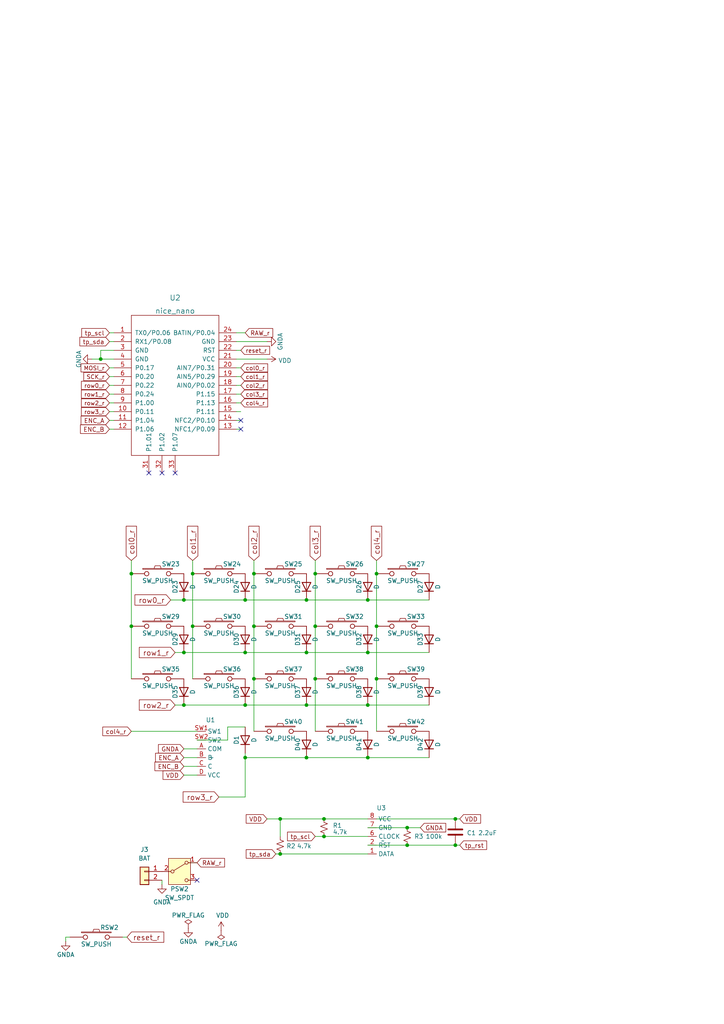
<source format=kicad_sch>
(kicad_sch (version 20231120) (generator "eeschema") (generator_version "8.0")
  (paper "A4" portrait)
  (title_block (title "Cho-Corne-Ice") (date "2022-11-18") (rev "v0.2") (company "foostan/e3b0c442"))
  (lib_symbols
    (symbol "Connector_Generic:Conn_01x02" (pin_names (offset 1.016) hide)
      (property "Reference" "J" (at 0 2.54 0))
      (property "Value" "Conn_01x02" (at 0 -5.08 0))
      (symbol "Conn_01x02_1_1"
        (rectangle (start -1.27 -2.413) (end 0 -2.667) (stroke (width 0.1524)))
        (rectangle (start -1.27 0.127) (end 0 -0.127) (stroke (width 0.1524)))
        (rectangle (start -1.27 1.27) (end 1.27 -3.81) (stroke (width 0.254)) (fill (type background)))
        (pin passive line (at -5.08 0 0) (length 3.81) (name "Pin_1") (number "1"))
        (pin passive line (at -5.08 -2.54 0) (length 3.81) (name "Pin_2") (number "2"))
      )
    )
    (symbol "Device:C" (pin_numbers hide) (pin_names (offset 0.254))
      (property "Reference" "C" (at 0.635 2.54 0))
      (property "Value" "C" (at 0.635 -2.54 0))
      (symbol "C_0_1"
        (polyline (pts (xy -2.032 -0.762) (xy 2.032 -0.762)) (stroke (width 0.508)))
        (polyline (pts (xy -2.032 0.762) (xy 2.032 0.762)) (stroke (width 0.508)))
      )
      (symbol "C_1_1"
        (pin passive line (at 0 3.81 270) (length 2.794) (name "~") (number "1"))
        (pin passive line (at 0 -3.81 90) (length 2.794) (name "~") (number "2"))
      )
    )
    (symbol "Device:D" (pin_numbers hide) (pin_names (offset 1.016) hide)
      (property "Reference" "D" (at 0 2.54 0))
      (property "Value" "D" (at 0 -2.54 0))
      (symbol "D_0_1"
        (polyline (pts (xy -1.27 1.27) (xy -1.27 -1.27)) (stroke (width 0.254)))
        (polyline (pts (xy 1.27 0) (xy -1.27 0)))
        (polyline (pts (xy 1.27 1.27) (xy 1.27 -1.27) (xy -1.27 0) (xy 1.27 1.27)) (stroke (width 0.254)))
      )
      (symbol "D_1_1"
        (pin passive line (at -3.81 0 0) (length 2.54) (name "K") (number "1"))
        (pin passive line (at 3.81 0 180) (length 2.54) (name "A") (number "2"))
      )
    )
    (symbol "Device:R_Small_US" (pin_numbers hide) (pin_names (offset 0.254) hide)
      (property "Reference" "R" (at 0.762 0.508 0))
      (property "Value" "R_Small_US" (at 0.762 -1.016 0))
      (symbol "R_Small_US_1_1"
        (polyline (pts (xy 0 0) (xy 1.016 -0.381) (xy 0 -0.762) (xy -1.016 -1.143) (xy 0 -1.524)))
        (polyline (pts (xy 0 1.524) (xy 1.016 1.143) (xy 0 0.762) (xy -1.016 0.381) (xy 0 0)))
        (pin passive line (at 0 2.54 270) (length 1.016) (name "~") (number "1"))
        (pin passive line (at 0 -2.54 90) (length 1.016) (name "~") (number "2"))
      )
    )
    (symbol "Switch:SW_SPDT" (pin_names (offset 0) hide)
      (property "Reference" "SW" (at 0 5.08 0))
      (property "Value" "SW_SPDT" (at 0 -5.08 0))
      (symbol "SW_SPDT_0_1"
        (circle (center -2.032 0) (radius 0.4572))
        (polyline (pts (xy -1.651 0.254) (xy 1.651 2.286)))
        (circle (center 2.032 -2.54) (radius 0.4572))
        (circle (center 2.032 2.54) (radius 0.4572))
      )
      (symbol "SW_SPDT_1_1"
        (rectangle (start -3.175 3.81) (end 3.175 -3.81) (fill (type background)))
        (pin passive line (at 5.08 2.54 180) (length 2.54) (name "A") (number "1"))
        (pin passive line (at -5.08 0 0) (length 2.54) (name "B") (number "2"))
        (pin passive line (at 5.08 -2.54 180) (length 2.54) (name "C") (number "3"))
      )
    )
    (symbol "kbd:SW_PUSH" (pin_numbers hide) (pin_names (offset 1.016) hide)
      (property "Reference" "SW" (at 3.81 2.794 0))
      (property "Value" "SW_PUSH" (at 0 -2.032 0))
      (symbol "SW_PUSH_0_1"
        (rectangle (start -4.318 1.27) (end 4.318 1.524))
        (polyline (pts (xy -1.016 1.524) (xy -0.762 2.286) (xy 0.762 2.286) (xy 1.016 1.524)))
        (pin passive inverted (at -7.62 0 0) (length 5.08) (name "1") (number "1"))
        (pin passive inverted (at 7.62 0 180) (length 5.08) (name "2") (number "2"))
      )
    )
    (symbol "nice_nano:nice_nano" (pin_names (offset 1.016))
      (property "Reference" "U" (at 0 0 0))
      (property "Value" "nice_nano" (at 0 2.54 0))
      (symbol "nice_nano_0_1"
        (rectangle (start -12.7 -21.59) (end 12.7 19.05))
      )
      (symbol "nice_nano_1_1"
        (pin input line (at -17.78 13.97 0) (length 5.08) (name "TX0/P0.06") (number "1"))
        (pin input line (at -17.78 -8.89 0) (length 5.08) (name "P0.11") (number "10"))
        (pin input line (at -17.78 -11.43 0) (length 5.08) (name "P1.04") (number "11"))
        (pin input line (at -17.78 -13.97 0) (length 5.08) (name "P1.06") (number "12"))
        (pin input line (at 17.78 -13.97 180) (length 5.08) (name "NFC1/P0.09") (number "13"))
        (pin input line (at 17.78 -11.43 180) (length 5.08) (name "NFC2/P0.10") (number "14"))
        (pin input line (at 17.78 -8.89 180) (length 5.08) (name "P1.11") (number "15"))
        (pin input line (at 17.78 -6.35 180) (length 5.08) (name "P1.13") (number "16"))
        (pin input line (at 17.78 -3.81 180) (length 5.08) (name "P1.15") (number "17"))
        (pin input line (at 17.78 -1.27 180) (length 5.08) (name "AIN0/P0.02") (number "18"))
        (pin input line (at 17.78 1.27 180) (length 5.08) (name "AIN5/P0.29") (number "19"))
        (pin input line (at -17.78 11.43 0) (length 5.08) (name "RX1/P0.08") (number "2"))
        (pin input line (at 17.78 3.81 180) (length 5.08) (name "AIN7/P0.31") (number "20"))
        (pin input line (at 17.78 6.35 180) (length 5.08) (name "VCC") (number "21"))
        (pin input line (at 17.78 8.89 180) (length 5.08) (name "RST") (number "22"))
        (pin input line (at 17.78 11.43 180) (length 5.08) (name "GND") (number "23"))
        (pin input line (at 17.78 13.97 180) (length 5.08) (name "BATIN/P0.04") (number "24"))
        (pin input line (at -17.78 8.89 0) (length 5.08) (name "GND") (number "3"))
        (pin input line (at -7.62 -26.67 90) (length 5.08) (name "P1.01") (number "31"))
        (pin input line (at -3.81 -26.67 90) (length 5.08) (name "P1.02") (number "32"))
        (pin input line (at 0 -26.67 90) (length 5.08) (name "P1.07") (number "33"))
        (pin input line (at -17.78 6.35 0) (length 5.08) (name "GND") (number "4"))
        (pin input line (at -17.78 3.81 0) (length 5.08) (name "P0.17") (number "5"))
        (pin input line (at -17.78 1.27 0) (length 5.08) (name "P0.20") (number "6"))
        (pin input line (at -17.78 -1.27 0) (length 5.08) (name "P0.22") (number "7"))
        (pin input line (at -17.78 -3.81 0) (length 5.08) (name "P0.24") (number "8"))
        (pin input line (at -17.78 -6.35 0) (length 5.08) (name "P1.00") (number "9"))
      )
    )
    (symbol "panasonic:EVQWGD001"
      (property "Reference" "U" (at 0 0 0))
      (symbol "EVQWGD001_1_1"
        (pin input line (at 0 -7.62 0) (length 2.54) (name "COM") (number "A"))
        (pin input line (at 0 -10.16 0) (length 2.54) (name "B") (number "B"))
        (pin input line (at 0 -12.7 0) (length 2.54) (name "C") (number "C"))
        (pin input line (at 0 -15.24 0) (length 2.54) (name "VCC") (number "D"))
        (pin input line (at 0 -2.54 0) (length 2.54) (name "SW1") (number "SW1"))
        (pin input line (at 0 -5.08 0) (length 2.54) (name "SW2") (number "SW2"))
      )
    )
    (symbol "panasonic:trackpoint"
      (property "Reference" "U" (at 0 0 0))
      (symbol "trackpoint_1_1"
        (pin input line (at -1.27 -13.97 0) (length 2.54) (name "DATA") (number "1"))
        (pin input line (at -1.27 -11.43 0) (length 2.54) (name "RST") (number "2"))
        (pin input line (at -1.27 -8.89 0) (length 2.54) (name "CLOCK") (number "6"))
        (pin input line (at -1.27 -6.35 0) (length 2.54) (name "GND") (number "7"))
        (pin input line (at -1.27 -3.81 0) (length 2.54) (name "VCC") (number "8"))
      )
    )
    (symbol "power:GNDA" (power) (pin_numbers hide) (pin_names (offset 0) hide)
      (property "Value" "GNDA" (at 0 -3.81 0))
      (symbol "GNDA_0_1"
        (polyline (pts (xy 0 0) (xy 0 -1.27) (xy 1.27 -1.27) (xy 0 -2.54) (xy -1.27 -1.27) (xy 0 -1.27)))
      )
      (symbol "GNDA_1_1"
        (pin power_in line (at 0 0 270) (length 0) (name "~") (number "1"))
      )
    )
    (symbol "power:PWR_FLAG" (power) (pin_numbers hide) (pin_names (offset 0) hide)
      (property "Value" "PWR_FLAG" (at 0 3.81 0))
      (symbol "PWR_FLAG_0_0"
        (pin power_out line (at 0 0 90) (length 0) (name "~") (number "1"))
      )
      (symbol "PWR_FLAG_0_1"
        (polyline (pts (xy 0 0) (xy 0 1.27) (xy -1.016 1.905) (xy 0 2.54) (xy 1.016 1.905) (xy 0 1.27)))
      )
    )
    (symbol "power:VDD" (power) (pin_numbers hide) (pin_names (offset 0) hide)
      (property "Value" "VDD" (at 0 3.556 0))
      (symbol "VDD_0_1"
        (polyline (pts (xy -0.762 1.27) (xy 0 2.54)))
        (polyline (pts (xy 0 0) (xy 0 2.54)))
        (polyline (pts (xy 0 2.54) (xy 0.762 1.27)))
      )
      (symbol "VDD_1_1"
        (pin power_in line (at 0 0 90) (length 0) (name "~") (number "1"))
      )
    )
  )
  (junction (at 132.08 237.49))
  (junction (at 91.44 196.85))
  (junction (at 71.12 219.71))
  (junction (at 73.66 196.85))
  (junction (at 109.22 166.37))
  (junction (at 132.08 245.11))
  (junction (at 106.68 189.23))
  (junction (at 88.9 204.47))
  (junction (at 106.68 173.99))
  (junction (at 88.9 189.23))
  (junction (at 88.9 219.71))
  (junction (at 55.88 181.61))
  (junction (at 53.34 189.23))
  (junction (at 118.11 240.03))
  (junction (at 73.66 166.37))
  (junction (at 55.88 166.37))
  (junction (at 118.11 245.11))
  (junction (at 71.12 189.23))
  (junction (at 106.68 219.71))
  (junction (at 38.1 181.61))
  (junction (at 93.98 242.57))
  (junction (at 29.21 104.14))
  (junction (at 73.66 181.61))
  (junction (at 53.34 173.99))
  (junction (at 53.34 204.47))
  (junction (at 91.44 181.61))
  (junction (at 71.12 173.99))
  (junction (at 81.28 237.49))
  (junction (at 91.44 166.37))
  (junction (at 38.1 166.37))
  (junction (at 109.22 181.61))
  (junction (at 81.28 247.65))
  (junction (at 93.98 237.49))
  (junction (at 106.68 204.47))
  (junction (at 109.22 196.85))
  (junction (at 71.12 204.47))
  (junction (at 88.9 173.99))
  (no_connect (at 50.8 137.16))
  (no_connect (at 43.18 137.16))
  (no_connect (at 46.99 137.16))
  (no_connect (at 57.15 255.27))
  (no_connect (at 69.85 121.92))
  (no_connect (at 69.85 124.46))
  (wire (pts (xy 93.98 242.57) (xy 106.68 242.57)))
  (wire (pts (xy 81.28 237.49) (xy 81.28 242.57)))
  (wire (pts (xy 31.75 96.52) (xy 33.02 96.52)))
  (wire (pts (xy 69.85 106.68) (xy 68.58 106.68)))
  (wire (pts (xy 53.34 189.23) (xy 71.12 189.23)))
  (wire (pts (xy 132.08 237.49) (xy 133.35 237.49)))
  (wire (pts (xy 31.75 109.22) (xy 33.02 109.22)))
  (wire (pts (xy 81.28 247.65) (xy 106.68 247.65)))
  (wire (pts (xy 73.66 162.56) (xy 73.66 166.37)))
  (wire (pts (xy 38.1 181.61) (xy 38.1 196.85)))
  (wire (pts (xy 55.88 162.56) (xy 55.88 166.37)))
  (wire (pts (xy 88.9 219.71) (xy 106.68 219.71)))
  (wire (pts (xy 53.34 204.47) (xy 71.12 204.47)))
  (wire (pts (xy 31.75 106.68) (xy 33.02 106.68)))
  (wire (pts (xy 109.22 181.61) (xy 109.22 196.85)))
  (wire (pts (xy 38.1 212.09) (xy 57.15 212.09)))
  (wire (pts (xy 57.15 250.19) (xy 55.245 250.19)))
  (wire (pts (xy 53.34 173.99) (xy 71.12 173.99)))
  (wire (pts (xy 71.12 219.71) (xy 88.9 219.71)))
  (wire (pts (xy 88.9 189.23) (xy 106.68 189.23)))
  (wire (pts (xy 31.75 119.38) (xy 33.02 119.38)))
  (wire (pts (xy 29.21 101.6) (xy 29.21 104.14)))
  (wire (pts (xy 73.66 166.37) (xy 73.66 181.61)))
  (wire (pts (xy 69.85 101.6) (xy 68.58 101.6)))
  (wire (pts (xy 20.32 271.78) (xy 19.05 271.78)))
  (wire (pts (xy 31.75 111.76) (xy 33.02 111.76)))
  (wire (pts (xy 91.44 181.61) (xy 91.44 196.85)))
  (wire (pts (xy 69.85 124.46) (xy 68.58 124.46)))
  (wire (pts (xy 88.9 173.99) (xy 106.68 173.99)))
  (wire (pts (xy 31.75 99.06) (xy 33.02 99.06)))
  (wire (pts (xy 109.22 237.49) (xy 132.08 237.49)))
  (wire (pts (xy 68.58 99.06) (xy 77.47 99.06)))
  (wire (pts (xy 55.88 166.37) (xy 55.88 181.61)))
  (wire (pts (xy 91.44 242.57) (xy 93.98 242.57)))
  (wire (pts (xy 66.04 214.63) (xy 66.04 210.82)))
  (wire (pts (xy 66.04 210.82) (xy 71.12 210.82)))
  (wire (pts (xy 69.85 119.38) (xy 68.58 119.38)))
  (wire (pts (xy 91.44 196.85) (xy 91.44 212.09)))
  (wire (pts (xy 109.22 166.37) (xy 109.22 181.61)))
  (wire (pts (xy 132.08 245.11) (xy 118.11 245.11)))
  (wire (pts (xy 71.12 231.14) (xy 71.12 219.71)))
  (wire (pts (xy 91.44 162.56) (xy 91.44 166.37)))
  (wire (pts (xy 49.53 173.99) (xy 53.34 173.99)))
  (wire (pts (xy 91.44 166.37) (xy 91.44 181.61)))
  (wire (pts (xy 73.66 196.85) (xy 73.66 212.09)))
  (wire (pts (xy 121.92 240.03) (xy 118.11 240.03)))
  (wire (pts (xy 118.11 245.11) (xy 106.68 245.11)))
  (wire (pts (xy 106.68 204.47) (xy 124.46 204.47)))
  (wire (pts (xy 71.12 189.23) (xy 88.9 189.23)))
  (wire (pts (xy 53.34 217.17) (xy 57.15 217.17)))
  (wire (pts (xy 71.12 96.52) (xy 68.58 96.52)))
  (wire (pts (xy 29.21 101.6) (xy 33.02 101.6)))
  (wire (pts (xy 71.12 173.99) (xy 88.9 173.99)))
  (wire (pts (xy 38.1 162.56) (xy 38.1 166.37)))
  (wire (pts (xy 109.22 196.85) (xy 109.22 212.09)))
  (wire (pts (xy 69.85 111.76) (xy 68.58 111.76)))
  (wire (pts (xy 50.8 189.23) (xy 53.34 189.23)))
  (wire (pts (xy 71.12 204.47) (xy 88.9 204.47)))
  (wire (pts (xy 36.83 271.78) (xy 35.56 271.78)))
  (wire (pts (xy 31.75 121.92) (xy 33.02 121.92)))
  (wire (pts (xy 53.34 222.25) (xy 57.15 222.25)))
  (wire (pts (xy 80.01 247.65) (xy 81.28 247.65)))
  (wire (pts (xy 133.35 245.11) (xy 132.08 245.11)))
  (wire (pts (xy 73.66 181.61) (xy 73.66 196.85)))
  (wire (pts (xy 77.47 237.49) (xy 81.28 237.49)))
  (wire (pts (xy 69.85 109.22) (xy 68.58 109.22)))
  (wire (pts (xy 26.67 104.14) (xy 29.21 104.14)))
  (wire (pts (xy 106.68 173.99) (xy 124.46 173.99)))
  (wire (pts (xy 53.34 219.71) (xy 57.15 219.71)))
  (wire (pts (xy 93.98 237.49) (xy 106.68 237.49)))
  (wire (pts (xy 19.05 271.78) (xy 19.05 273.05)))
  (wire (pts (xy 29.21 104.14) (xy 33.02 104.14)))
  (wire (pts (xy 106.68 189.23) (xy 124.46 189.23)))
  (wire (pts (xy 88.9 204.47) (xy 106.68 204.47)))
  (wire (pts (xy 109.22 162.56) (xy 109.22 166.37)))
  (wire (pts (xy 69.85 116.84) (xy 68.58 116.84)))
  (wire (pts (xy 53.34 224.79) (xy 57.15 224.79)))
  (wire (pts (xy 81.28 237.49) (xy 93.98 237.49)))
  (wire (pts (xy 50.8 204.47) (xy 53.34 204.47)))
  (wire (pts (xy 55.88 181.61) (xy 55.88 196.85)))
  (wire (pts (xy 46.99 256.54) (xy 46.99 255.27)))
  (wire (pts (xy 71.12 218.44) (xy 71.12 219.71)))
  (wire (pts (xy 38.1 166.37) (xy 38.1 181.61)))
  (wire (pts (xy 31.75 116.84) (xy 33.02 116.84)))
  (wire (pts (xy 68.58 104.14) (xy 77.47 104.14)))
  (wire (pts (xy 57.15 214.63) (xy 66.04 214.63)))
  (wire (pts (xy 106.68 219.71) (xy 124.46 219.71)))
  (wire (pts (xy 106.68 240.03) (xy 118.11 240.03)))
  (wire (pts (xy 31.75 114.3) (xy 33.02 114.3)))
  (wire (pts (xy 69.85 121.92) (xy 68.58 121.92)))
  (wire (pts (xy 69.85 114.3) (xy 68.58 114.3)))
  (wire (pts (xy 63.5 231.14) (xy 71.12 231.14)))
  (wire (pts (xy 31.75 124.46) (xy 33.02 124.46)))
  (global_label "GNDA" (shape input) (at 121.92 240.03 0) (property "Intersheetrefs" "${INTERSHEET_REFS}" (effects (hide yes))))
  (global_label "tp_sda" (shape input) (at 31.75 99.06 180) (property "Intersheetrefs" "${INTERSHEET_REFS}" (effects (hide yes))))
  (global_label "row1_r" (shape input) (at 31.75 114.3 180) (effects (font (size 1.1938 1.1938))) (property "Intersheetrefs" "${INTERSHEET_REFS}" (effects (hide yes))))
  (global_label "MOSI_r" (shape input) (at 31.75 106.68 180) (effects (font (size 1.1938 1.1938))) (property "Intersheetrefs" "${INTERSHEET_REFS}" (effects (hide yes))))
  (global_label "col4_r" (shape input) (at 109.22 162.56 90) (effects (font (size 1.524 1.524))) (property "Intersheetrefs" "${INTERSHEET_REFS}" (effects (hide yes))))
  (global_label "col4_r" (shape input) (at 38.1 212.09 180) (property "Intersheetrefs" "${INTERSHEET_REFS}" (effects (hide yes))))
  (global_label "VDD" (shape input) (at 133.35 237.49 0) (property "Intersheetrefs" "${INTERSHEET_REFS}" (effects (hide yes))))
  (global_label "row0_r" (shape input) (at 49.53 173.99 180) (effects (font (size 1.524 1.524))) (property "Intersheetrefs" "${INTERSHEET_REFS}" (effects (hide yes))))
  (global_label "RAW_r" (shape input) (at 71.12 96.52 0) (property "Intersheetrefs" "${INTERSHEET_REFS}" (effects (hide yes))))
  (global_label "SCK_r" (shape input) (at 31.75 109.22 180) (effects (font (size 1.1938 1.1938))) (property "Intersheetrefs" "${INTERSHEET_REFS}" (effects (hide yes))))
  (global_label "ENC_B" (shape input) (at 53.34 222.25 180) (property "Intersheetrefs" "${INTERSHEET_REFS}" (effects (hide yes))))
  (global_label "VDD" (shape input) (at 53.34 224.79 180) (property "Intersheetrefs" "${INTERSHEET_REFS}" (effects (hide yes))))
  (global_label "col4_r" (shape input) (at 69.85 116.84 0) (effects (font (size 1.1938 1.1938))) (property "Intersheetrefs" "${INTERSHEET_REFS}" (effects (hide yes))))
  (global_label "col1_r" (shape input) (at 55.88 162.56 90) (effects (font (size 1.524 1.524))) (property "Intersheetrefs" "${INTERSHEET_REFS}" (effects (hide yes))))
  (global_label "tp_rst" (shape input) (at 133.35 245.11 0) (property "Intersheetrefs" "${INTERSHEET_REFS}" (effects (hide yes))))
  (global_label "col2_r" (shape input) (at 69.85 111.76 0) (effects (font (size 1.1938 1.1938))) (property "Intersheetrefs" "${INTERSHEET_REFS}" (effects (hide yes))))
  (global_label "reset_r" (shape input) (at 69.85 101.6 0) (effects (font (size 1.1938 1.1938))) (property "Intersheetrefs" "${INTERSHEET_REFS}" (effects (hide yes))))
  (global_label "col3_r" (shape input) (at 69.85 114.3 0) (effects (font (size 1.1938 1.1938))) (property "Intersheetrefs" "${INTERSHEET_REFS}" (effects (hide yes))))
  (global_label "GNDA" (shape input) (at 53.34 217.17 180) (property "Intersheetrefs" "${INTERSHEET_REFS}" (effects (hide yes))))
  (global_label "tp_scl" (shape input) (at 31.75 96.52 180) (property "Intersheetrefs" "${INTERSHEET_REFS}" (effects (hide yes))))
  (global_label "row2_r" (shape input) (at 31.75 116.84 180) (effects (font (size 1.1938 1.1938))) (property "Intersheetrefs" "${INTERSHEET_REFS}" (effects (hide yes))))
  (global_label "col0_r" (shape input) (at 69.85 106.68 0) (effects (font (size 1.1938 1.1938))) (property "Intersheetrefs" "${INTERSHEET_REFS}" (effects (hide yes))))
  (global_label "row3_r" (shape input) (at 31.75 119.38 180) (effects (font (size 1.1938 1.1938))) (property "Intersheetrefs" "${INTERSHEET_REFS}" (effects (hide yes))))
  (global_label "tp_sda" (shape input) (at 80.01 247.65 180) (property "Intersheetrefs" "${INTERSHEET_REFS}" (effects (hide yes))))
  (global_label "VDD" (shape input) (at 77.47 237.49 180) (property "Intersheetrefs" "${INTERSHEET_REFS}" (effects (hide yes))))
  (global_label "row1_r" (shape input) (at 50.8 189.23 180) (effects (font (size 1.524 1.524))) (property "Intersheetrefs" "${INTERSHEET_REFS}" (effects (hide yes))))
  (global_label "reset_r" (shape input) (at 36.83 271.78 0) (effects (font (size 1.524 1.524))) (property "Intersheetrefs" "${INTERSHEET_REFS}" (effects (hide yes))))
  (global_label "col2_r" (shape input) (at 73.66 162.56 90) (effects (font (size 1.524 1.524))) (property "Intersheetrefs" "${INTERSHEET_REFS}" (effects (hide yes))))
  (global_label "row0_r" (shape input) (at 31.75 111.76 180) (effects (font (size 1.1938 1.1938))) (property "Intersheetrefs" "${INTERSHEET_REFS}" (effects (hide yes))))
  (global_label "col1_r" (shape input) (at 69.85 109.22 0) (effects (font (size 1.1938 1.1938))) (property "Intersheetrefs" "${INTERSHEET_REFS}" (effects (hide yes))))
  (global_label "col3_r" (shape input) (at 91.44 162.56 90) (effects (font (size 1.524 1.524))) (property "Intersheetrefs" "${INTERSHEET_REFS}" (effects (hide yes))))
  (global_label "row2_r" (shape input) (at 50.8 204.47 180) (effects (font (size 1.524 1.524))) (property "Intersheetrefs" "${INTERSHEET_REFS}" (effects (hide yes))))
  (global_label "col0_r" (shape input) (at 38.1 162.56 90) (effects (font (size 1.524 1.524))) (property "Intersheetrefs" "${INTERSHEET_REFS}" (effects (hide yes))))
  (global_label "row3_r" (shape input) (at 63.5 231.14 180) (effects (font (size 1.524 1.524))) (property "Intersheetrefs" "${INTERSHEET_REFS}" (effects (hide yes))))
  (global_label "tp_scl" (shape input) (at 91.44 242.57 180) (property "Intersheetrefs" "${INTERSHEET_REFS}" (effects (hide yes))))
  (global_label "ENC_A" (shape input) (at 31.75 121.92 180) (property "Intersheetrefs" "${INTERSHEET_REFS}" (effects (hide yes))))
  (global_label "ENC_A" (shape input) (at 53.34 219.71 180) (property "Intersheetrefs" "${INTERSHEET_REFS}" (effects (hide yes))))
  (global_label "RAW_r" (shape input) (at 57.15 250.19 0) (property "Intersheetrefs" "${INTERSHEET_REFS}" (effects (hide yes))))
  (global_label "ENC_B" (shape input) (at 31.75 124.46 180) (property "Intersheetrefs" "${INTERSHEET_REFS}" (effects (hide yes))))
  (symbol (lib_id "kbd:SW_PUSH") (at 45.72 166.37 0) (unit 1)
    (property "Reference" "SW23" (at 49.53 163.576 0))
    (property "Value" "SW_PUSH" (at 45.72 168.402 0))
    (property "Footprint" "keyswitches_pretty:SW_PG1350_reversible" (effects (hide yes)))
  )
  (symbol (lib_id "Device:D") (at 53.34 170.18 90) (unit 1)
    (property "Reference" "D23" (at 50.8 170.18 0))
    (property "Value" "D" (at 55.88 170.18 0))
    (property "Footprint" "promicro_reversible:ComboDiode" (effects (hide yes)))
    (property "Description" "Diode" (effects (hide yes)))
    (property "Sim.Device" "D" (effects (hide yes)))
    (property "Sim.Pins" "1=K 2=A" (effects (hide yes)))
  )
  (symbol (lib_id "kbd:SW_PUSH") (at 63.5 166.37 0) (unit 1)
    (property "Reference" "SW24" (at 67.31 163.576 0))
    (property "Value" "SW_PUSH" (at 63.5 168.402 0))
    (property "Footprint" "keyswitches_pretty:SW_PG1350_reversible" (effects (hide yes)))
  )
  (symbol (lib_id "Device:D") (at 71.12 170.18 90) (unit 1)
    (property "Reference" "D24" (at 68.58 170.18 0))
    (property "Value" "D" (at 73.66 170.18 0))
    (property "Footprint" "promicro_reversible:ComboDiode" (effects (hide yes)))
    (property "Description" "Diode" (effects (hide yes)))
    (property "Sim.Device" "D" (effects (hide yes)))
    (property "Sim.Pins" "1=K 2=A" (effects (hide yes)))
  )
  (symbol (lib_id "kbd:SW_PUSH") (at 81.28 166.37 0) (unit 1)
    (property "Reference" "SW25" (at 85.09 163.576 0))
    (property "Value" "SW_PUSH" (at 81.28 168.402 0))
    (property "Footprint" "keyswitches_pretty:SW_PG1350_reversible" (effects (hide yes)))
  )
  (symbol (lib_id "kbd:SW_PUSH") (at 99.06 166.37 0) (unit 1)
    (property "Reference" "SW26" (at 102.87 163.576 0))
    (property "Value" "SW_PUSH" (at 99.06 168.402 0))
    (property "Footprint" "keyswitches_pretty:SW_PG1350_reversible" (effects (hide yes)))
  )
  (symbol (lib_id "kbd:SW_PUSH") (at 116.84 166.37 0) (unit 1)
    (property "Reference" "SW27" (at 120.65 163.576 0))
    (property "Value" "SW_PUSH" (at 116.84 168.402 0))
    (property "Footprint" "keyswitches_pretty:SW_PG1350_reversible" (effects (hide yes)))
  )
  (symbol (lib_id "Device:D") (at 88.9 170.18 90) (unit 1)
    (property "Reference" "D25" (at 86.36 170.18 0))
    (property "Value" "D" (at 91.44 170.18 0))
    (property "Footprint" "promicro_reversible:ComboDiode" (effects (hide yes)))
    (property "Description" "Diode" (effects (hide yes)))
    (property "Sim.Device" "D" (effects (hide yes)))
    (property "Sim.Pins" "1=K 2=A" (effects (hide yes)))
  )
  (symbol (lib_id "Device:D") (at 106.68 170.18 90) (unit 1)
    (property "Reference" "D26" (at 104.14 170.18 0))
    (property "Value" "D" (at 109.22 170.18 0))
    (property "Footprint" "promicro_reversible:ComboDiode" (effects (hide yes)))
    (property "Description" "Diode" (effects (hide yes)))
    (property "Sim.Device" "D" (effects (hide yes)))
    (property "Sim.Pins" "1=K 2=A" (effects (hide yes)))
  )
  (symbol (lib_id "Device:D") (at 124.46 170.18 90) (unit 1)
    (property "Reference" "D27" (at 121.92 170.18 0))
    (property "Value" "D" (at 127 170.18 0))
    (property "Footprint" "promicro_reversible:ComboDiode" (effects (hide yes)))
    (property "Description" "Diode" (effects (hide yes)))
    (property "Sim.Device" "D" (effects (hide yes)))
    (property "Sim.Pins" "1=K 2=A" (effects (hide yes)))
  )
  (symbol (lib_id "kbd:SW_PUSH") (at 45.72 181.61 0) (unit 1)
    (property "Reference" "SW29" (at 49.53 178.816 0))
    (property "Value" "SW_PUSH" (at 45.72 183.642 0))
    (property "Footprint" "keyswitches_pretty:SW_PG1350_reversible" (effects (hide yes)))
  )
  (symbol (lib_id "Device:D") (at 53.34 185.42 90) (unit 1)
    (property "Reference" "D29" (at 50.8 185.42 0))
    (property "Value" "D" (at 55.88 185.42 0))
    (property "Footprint" "promicro_reversible:ComboDiode" (effects (hide yes)))
    (property "Description" "Diode" (effects (hide yes)))
    (property "Sim.Device" "D" (effects (hide yes)))
    (property "Sim.Pins" "1=K 2=A" (effects (hide yes)))
  )
  (symbol (lib_id "kbd:SW_PUSH") (at 63.5 181.61 0) (unit 1)
    (property "Reference" "SW30" (at 67.31 178.816 0))
    (property "Value" "SW_PUSH" (at 63.5 183.642 0))
    (property "Footprint" "keyswitches_pretty:SW_PG1350_reversible" (effects (hide yes)))
  )
  (symbol (lib_id "Device:D") (at 71.12 185.42 90) (unit 1)
    (property "Reference" "D30" (at 68.58 185.42 0))
    (property "Value" "D" (at 73.66 185.42 0))
    (property "Footprint" "promicro_reversible:ComboDiode" (effects (hide yes)))
    (property "Description" "Diode" (effects (hide yes)))
    (property "Sim.Device" "D" (effects (hide yes)))
    (property "Sim.Pins" "1=K 2=A" (effects (hide yes)))
  )
  (symbol (lib_id "kbd:SW_PUSH") (at 81.28 181.61 0) (unit 1)
    (property "Reference" "SW31" (at 85.09 178.816 0))
    (property "Value" "SW_PUSH" (at 81.28 183.642 0))
    (property "Footprint" "keyswitches_pretty:SW_PG1350_reversible" (effects (hide yes)))
  )
  (symbol (lib_id "kbd:SW_PUSH") (at 99.06 181.61 0) (unit 1)
    (property "Reference" "SW32" (at 102.87 178.816 0))
    (property "Value" "SW_PUSH" (at 99.06 183.642 0))
    (property "Footprint" "keyswitches_pretty:SW_PG1350_reversible" (effects (hide yes)))
  )
  (symbol (lib_id "kbd:SW_PUSH") (at 116.84 181.61 0) (unit 1)
    (property "Reference" "SW33" (at 120.65 178.816 0))
    (property "Value" "SW_PUSH" (at 116.84 183.642 0))
    (property "Footprint" "keyswitches_pretty:SW_PG1350_reversible" (effects (hide yes)))
  )
  (symbol (lib_id "Device:D") (at 88.9 185.42 90) (unit 1)
    (property "Reference" "D31" (at 86.36 185.42 0))
    (property "Value" "D" (at 91.44 185.42 0))
    (property "Footprint" "promicro_reversible:ComboDiode" (effects (hide yes)))
    (property "Description" "Diode" (effects (hide yes)))
    (property "Sim.Device" "D" (effects (hide yes)))
    (property "Sim.Pins" "1=K 2=A" (effects (hide yes)))
  )
  (symbol (lib_id "Device:D") (at 106.68 185.42 90) (unit 1)
    (property "Reference" "D32" (at 104.14 185.42 0))
    (property "Value" "D" (at 109.22 185.42 0))
    (property "Footprint" "promicro_reversible:ComboDiode" (effects (hide yes)))
    (property "Description" "Diode" (effects (hide yes)))
    (property "Sim.Device" "D" (effects (hide yes)))
    (property "Sim.Pins" "1=K 2=A" (effects (hide yes)))
  )
  (symbol (lib_id "Device:D") (at 124.46 185.42 90) (unit 1)
    (property "Reference" "D33" (at 121.92 185.42 0))
    (property "Value" "D" (at 127 185.42 0))
    (property "Footprint" "promicro_reversible:ComboDiode" (effects (hide yes)))
    (property "Description" "Diode" (effects (hide yes)))
    (property "Sim.Device" "D" (effects (hide yes)))
    (property "Sim.Pins" "1=K 2=A" (effects (hide yes)))
  )
  (symbol (lib_id "kbd:SW_PUSH") (at 45.72 196.85 0) (unit 1)
    (property "Reference" "SW35" (at 49.53 194.056 0))
    (property "Value" "SW_PUSH" (at 45.72 198.882 0))
    (property "Footprint" "keyswitches_pretty:SW_PG1350_reversible" (effects (hide yes)))
  )
  (symbol (lib_id "Device:D") (at 53.34 200.66 90) (unit 1)
    (property "Reference" "D35" (at 50.8 200.66 0))
    (property "Value" "D" (at 55.88 200.66 0))
    (property "Footprint" "promicro_reversible:ComboDiode" (effects (hide yes)))
    (property "Description" "Diode" (effects (hide yes)))
    (property "Sim.Device" "D" (effects (hide yes)))
    (property "Sim.Pins" "1=K 2=A" (effects (hide yes)))
  )
  (symbol (lib_id "kbd:SW_PUSH") (at 63.5 196.85 0) (unit 1)
    (property "Reference" "SW36" (at 67.31 194.056 0))
    (property "Value" "SW_PUSH" (at 63.5 198.882 0))
    (property "Footprint" "keyswitches_pretty:SW_PG1350_reversible" (effects (hide yes)))
  )
  (symbol (lib_id "Device:D") (at 71.12 200.66 90) (unit 1)
    (property "Reference" "D36" (at 68.58 200.66 0))
    (property "Value" "D" (at 73.66 200.66 0))
    (property "Footprint" "promicro_reversible:ComboDiode" (effects (hide yes)))
    (property "Description" "Diode" (effects (hide yes)))
    (property "Sim.Device" "D" (effects (hide yes)))
    (property "Sim.Pins" "1=K 2=A" (effects (hide yes)))
  )
  (symbol (lib_id "kbd:SW_PUSH") (at 81.28 196.85 0) (unit 1)
    (property "Reference" "SW37" (at 85.09 194.056 0))
    (property "Value" "SW_PUSH" (at 81.28 198.882 0))
    (property "Footprint" "keyswitches_pretty:SW_PG1350_reversible" (effects (hide yes)))
  )
  (symbol (lib_id "kbd:SW_PUSH") (at 99.06 196.85 0) (unit 1)
    (property "Reference" "SW38" (at 102.87 194.056 0))
    (property "Value" "SW_PUSH" (at 99.06 198.882 0))
    (property "Footprint" "keyswitches_pretty:SW_PG1350_reversible" (effects (hide yes)))
  )
  (symbol (lib_id "kbd:SW_PUSH") (at 116.84 196.85 0) (unit 1)
    (property "Reference" "SW39" (at 120.65 194.056 0))
    (property "Value" "SW_PUSH" (at 116.84 198.882 0))
    (property "Footprint" "keyswitches_pretty:SW_PG1350_reversible" (effects (hide yes)))
  )
  (symbol (lib_id "Device:D") (at 88.9 200.66 90) (unit 1)
    (property "Reference" "D37" (at 86.36 200.66 0))
    (property "Value" "D" (at 91.44 200.66 0))
    (property "Footprint" "promicro_reversible:ComboDiode" (effects (hide yes)))
    (property "Description" "Diode" (effects (hide yes)))
    (property "Sim.Device" "D" (effects (hide yes)))
    (property "Sim.Pins" "1=K 2=A" (effects (hide yes)))
  )
  (symbol (lib_id "Device:D") (at 106.68 200.66 90) (unit 1)
    (property "Reference" "D38" (at 104.14 200.66 0))
    (property "Value" "D" (at 109.22 200.66 0))
    (property "Footprint" "promicro_reversible:ComboDiode" (effects (hide yes)))
    (property "Description" "Diode" (effects (hide yes)))
    (property "Sim.Device" "D" (effects (hide yes)))
    (property "Sim.Pins" "1=K 2=A" (effects (hide yes)))
  )
  (symbol (lib_id "Device:D") (at 124.46 200.66 90) (unit 1)
    (property "Reference" "D39" (at 121.92 200.66 0))
    (property "Value" "D" (at 127 200.66 0))
    (property "Footprint" "promicro_reversible:ComboDiode" (effects (hide yes)))
    (property "Description" "Diode" (effects (hide yes)))
    (property "Sim.Device" "D" (effects (hide yes)))
    (property "Sim.Pins" "1=K 2=A" (effects (hide yes)))
  )
  (symbol (lib_id "kbd:SW_PUSH") (at 99.06 212.09 0) (unit 1)
    (property "Reference" "SW41" (at 102.87 209.296 0))
    (property "Value" "SW_PUSH" (at 99.06 214.122 0))
    (property "Footprint" "keyswitches_pretty:SW_PG1350_reversible" (effects (hide yes)))
  )
  (symbol (lib_id "Device:D") (at 106.68 215.9 90) (unit 1)
    (property "Reference" "D41" (at 104.14 215.9 0))
    (property "Value" "D" (at 109.22 215.9 0))
    (property "Footprint" "promicro_reversible:ComboDiode" (effects (hide yes)))
    (property "Description" "Diode" (effects (hide yes)))
    (property "Sim.Device" "D" (effects (hide yes)))
    (property "Sim.Pins" "1=K 2=A" (effects (hide yes)))
  )
  (symbol (lib_id "kbd:SW_PUSH") (at 116.84 212.09 0) (unit 1)
    (property "Reference" "SW42" (at 120.65 209.296 0))
    (property "Value" "SW_PUSH" (at 116.84 214.122 0))
    (property "Footprint" "keyswitches_pretty:SW_PG1350_reversible" (effects (hide yes)))
  )
  (symbol (lib_id "Device:D") (at 124.46 215.9 90) (unit 1)
    (property "Reference" "D42" (at 121.92 215.9 0))
    (property "Value" "D" (at 127 215.9 0))
    (property "Footprint" "promicro_reversible:ComboDiode" (effects (hide yes)))
    (property "Description" "Diode" (effects (hide yes)))
    (property "Sim.Device" "D" (effects (hide yes)))
    (property "Sim.Pins" "1=K 2=A" (effects (hide yes)))
  )
  (symbol (lib_id "kbd:SW_PUSH") (at 81.28 212.09 0) (unit 1)
    (property "Reference" "SW40" (at 85.09 209.296 0))
    (property "Value" "SW_PUSH" (at 81.28 214.122 0))
    (property "Footprint" "keyswitches_pretty:SW_PG1350_reversible" (effects (hide yes)))
  )
  (symbol (lib_id "Device:D") (at 88.9 215.9 90) (unit 1)
    (property "Reference" "D40" (at 86.36 215.9 0))
    (property "Value" "D" (at 91.44 215.9 0))
    (property "Footprint" "promicro_reversible:ComboDiode" (effects (hide yes)))
    (property "Description" "Diode" (effects (hide yes)))
    (property "Sim.Device" "D" (effects (hide yes)))
    (property "Sim.Pins" "1=K 2=A" (effects (hide yes)))
  )
  (symbol (lib_id "power:GNDA") (at 77.47 99.06 90) (unit 1)
    (property "Reference" "#PWR017" (effects (hide yes)))
    (property "Value" "GNDA" (at 81.28 99.06 0))
    (property "Description" "Power symbol creates a global label with name \"GNDA\" , analog ground" (effects (hide yes)))
  )
  (symbol (lib_id "power:GNDA") (at 26.67 104.14 270) (unit 1)
    (property "Reference" "#PWR018" (effects (hide yes)))
    (property "Value" "GNDA" (at 22.86 104.14 0))
    (property "Description" "Power symbol creates a global label with name \"GNDA\" , analog ground" (effects (hide yes)))
  )
  (symbol (lib_id "kbd:SW_PUSH") (at 27.94 271.78 0) (unit 1)
    (property "Reference" "RSW2" (at 31.75 268.986 0))
    (property "Value" "SW_PUSH" (at 27.94 273.812 0))
    (property "Footprint" "promicro_reversible:reset_switch" (effects (hide yes)))
  )
  (symbol (lib_id "power:GNDA") (at 19.05 273.05 0) (unit 1)
    (property "Reference" "#PWR020" (effects (hide yes)))
    (property "Value" "GNDA" (at 19.05 276.86 0))
    (property "Description" "Power symbol creates a global label with name \"GNDA\" , analog ground" (effects (hide yes)))
  )
  (symbol (lib_id "power:VDD") (at 77.47 104.14 270) (unit 1)
    (property "Reference" "#PWR019" (effects (hide yes)))
    (property "Value" "VDD" (at 80.7212 104.5718 90) (effects (justify left)))
    (property "Description" "Power symbol creates a global label with name \"VDD\"" (effects (hide yes)))
  )
  (symbol (lib_id "power:PWR_FLAG") (at 64.135 269.875 180) (unit 1)
    (property "Reference" "#FLG04" (effects (hide yes)))
    (property "Value" "PWR_FLAG" (at 64.135 273.685 0))
    (property "Description" "Special symbol for telling ERC where power comes from" (effects (hide yes)))
  )
  (symbol (lib_id "power:VDD") (at 64.135 269.875 0) (unit 1)
    (property "Reference" "#PWR016" (effects (hide yes)))
    (property "Value" "VDD" (at 64.5668 265.4808 0))
    (property "Description" "Power symbol creates a global label with name \"VDD\"" (effects (hide yes)))
  )
  (symbol (lib_id "power:GNDA") (at 54.61 269.24 0) (unit 1)
    (property "Reference" "#PWR015" (effects (hide yes)))
    (property "Value" "GNDA" (at 54.61 273.05 0))
    (property "Description" "Power symbol creates a global label with name \"GNDA\" , analog ground" (effects (hide yes)))
  )
  (symbol (lib_id "power:PWR_FLAG") (at 54.61 269.24 0) (unit 1)
    (property "Reference" "#FLG03" (effects (hide yes)))
    (property "Value" "PWR_FLAG" (at 54.61 265.43 0))
    (property "Description" "Special symbol for telling ERC where power comes from" (effects (hide yes)))
  )
  (symbol (lib_id "Switch:SW_SPDT") (at 52.07 252.73 0) (unit 1)
    (property "Reference" "PSW2" (at 52.07 257.81 0))
    (property "Value" "SW_SPDT" (at 52.07 260.35 0))
    (property "Footprint" "promicro_reversible:power_switch" (effects (hide yes)))
    (property "Description" "Switch, single pole double throw" (effects (hide yes)))
  )
  (symbol (lib_id "Device:C") (at 132.08 241.3 0) (unit 1)
    (property "Reference" "C1" (at 135.382 241.554 0) (effects (justify left)))
    (property "Value" "2.2uF" (at 138.684 241.554 0) (effects (justify left)))
    (property "Footprint" "Capacitor_THT:CP_Radial_D4.0mm_P1.50mm" (effects (hide yes)))
    (property "Description" "Unpolarized capacitor" (effects (hide yes)))
  )
  (symbol (lib_id "panasonic:trackpoint") (at 107.95 233.68 0) (unit 1)
    (property "Reference" "U3" (at 109.22 234.3149 0) (effects (justify left)))
    (property "Value" "~" (at 110.49 243.84 0) (effects (justify left)))
    (property "Footprint" "keyswitches_pretty:trackpoint" (effects (hide yes)))
  )
  (symbol (lib_id "Device:R_Small_US") (at 93.98 240.03 0) (unit 1)
    (property "Reference" "R1" (at 96.52 239.3949 0) (effects (justify left)))
    (property "Value" "4.7k" (at 96.52 241.3 0) (effects (justify left)))
    (property "Footprint" "Resistor_THT:R_Axial_DIN0204_L3.6mm_D1.6mm_P5.08mm_Horizontal" (effects (hide yes)))
    (property "Description" "Resistor, small US symbol" (effects (hide yes)))
  )
  (symbol (lib_id "panasonic:EVQWGD001") (at 57.15 209.55 0) (unit 1)
    (property "Reference" "U1" (at 59.69 208.788 0) (effects (justify left)))
    (property "Value" "~" (at 60.96 219.71 0) (effects (justify left)))
    (property "Footprint" "EVQWGD001:RollerEncoder_Panasonic_EVQWGD001" (effects (hide yes)))
  )
  (symbol (lib_id "Device:R_Small_US") (at 81.28 245.11 0) (unit 1)
    (property "Reference" "R2" (at 83.058 245.364 0) (effects (justify left)))
    (property "Value" "4.7k" (at 86.106 245.364 0) (effects (justify left)))
    (property "Footprint" "Resistor_THT:R_Axial_DIN0204_L3.6mm_D1.6mm_P5.08mm_Horizontal" (effects (hide yes)))
    (property "Description" "Resistor, small US symbol" (effects (hide yes)))
  )
  (symbol (lib_id "Device:D") (at 71.12 214.63 90) (unit 1)
    (property "Reference" "D1" (at 68.58 214.63 0))
    (property "Value" "D" (at 73.66 214.63 0))
    (property "Footprint" "promicro_reversible:ComboDiode" (effects (hide yes)))
    (property "Description" "Diode" (effects (hide yes)))
    (property "Sim.Device" "D" (effects (hide yes)))
    (property "Sim.Pins" "1=K 2=A" (effects (hide yes)))
  )
  (symbol (lib_id "Connector_Generic:Conn_01x02") (at 41.91 252.73 0) (mirror y) (unit 1)
    (property "Reference" "J3" (at 41.91 246.38 0))
    (property "Value" "BAT" (at 41.91 248.92 0))
    (property "Footprint" "Connector_Wire:SolderWire-0.1sqmm_1x02_P3.6mm_D0.4mm_OD1mm" (effects (hide yes)))
    (property "Description" "Generic connector, single row, 01x02, script generated (kicad-library-utils/schlib/autogen/connector/)" (effects (hide yes)))
  )
  (symbol (lib_id "nice_nano:nice_nano") (at 50.8 110.49 0) (unit 1)
    (property "Reference" "U2" (at 50.8 86.36 0) (effects (font (size 1.524 1.524))))
    (property "Value" "nice_nano" (at 50.8 90.17 0) (effects (font (size 1.524 1.524))))
    (property "Footprint" "promicro_reversible:ProMicro_jumpable_eric" (effects (hide yes)))
  )
  (symbol (lib_id "Device:R_Small_US") (at 118.11 242.57 0) (unit 1)
    (property "Reference" "R3" (at 120.142 242.57 0) (effects (justify left)))
    (property "Value" "100k" (at 123.444 242.57 0) (effects (justify left)))
    (property "Footprint" "Resistor_THT:R_Axial_DIN0204_L3.6mm_D1.6mm_P5.08mm_Horizontal" (effects (hide yes)))
    (property "Description" "Resistor, small US symbol" (effects (hide yes)))
  )
  (symbol (lib_id "power:GNDA") (at 46.99 256.54 0) (unit 1)
    (property "Reference" "#PWR0102" (effects (hide yes)))
    (property "Value" "GNDA" (at 46.99 261.62 0))
    (property "Description" "Power symbol creates a global label with name \"GNDA\" , analog ground" (effects (hide yes)))
  )
)
</source>
